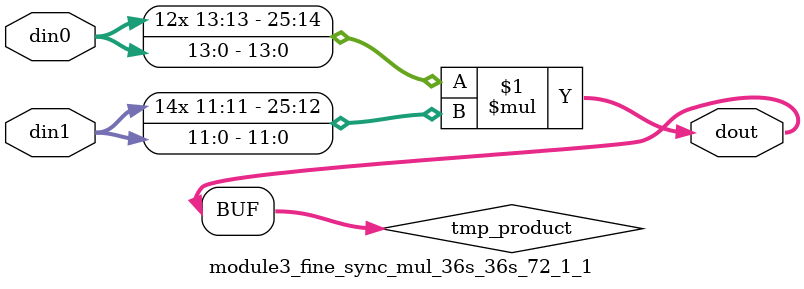
<source format=v>

`timescale 1 ns / 1 ps

 module module3_fine_sync_mul_36s_36s_72_1_1(din0, din1, dout);
parameter ID = 1;
parameter NUM_STAGE = 0;
parameter din0_WIDTH = 14;
parameter din1_WIDTH = 12;
parameter dout_WIDTH = 26;

input [din0_WIDTH - 1 : 0] din0; 
input [din1_WIDTH - 1 : 0] din1; 
output [dout_WIDTH - 1 : 0] dout;

wire signed [dout_WIDTH - 1 : 0] tmp_product;



























assign tmp_product = $signed(din0) * $signed(din1);








assign dout = tmp_product;





















endmodule

</source>
